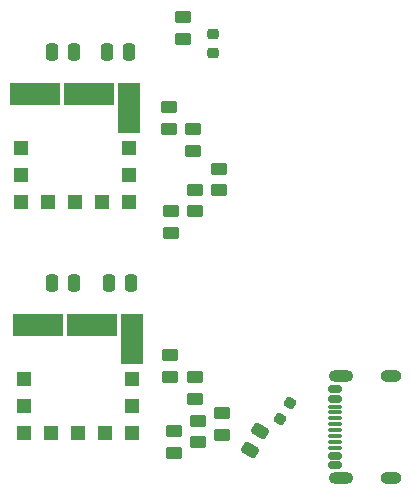
<source format=gbr>
%TF.GenerationSoftware,KiCad,Pcbnew,8.0.3*%
%TF.CreationDate,2024-06-16T21:04:04+09:00*%
%TF.ProjectId,USB_power,5553425f-706f-4776-9572-2e6b69636164,rev?*%
%TF.SameCoordinates,PX79d7e50PY830c570*%
%TF.FileFunction,Paste,Top*%
%TF.FilePolarity,Positive*%
%FSLAX46Y46*%
G04 Gerber Fmt 4.6, Leading zero omitted, Abs format (unit mm)*
G04 Created by KiCad (PCBNEW 8.0.3) date 2024-06-16 21:04:04*
%MOMM*%
%LPD*%
G01*
G04 APERTURE LIST*
G04 Aperture macros list*
%AMRoundRect*
0 Rectangle with rounded corners*
0 $1 Rounding radius*
0 $2 $3 $4 $5 $6 $7 $8 $9 X,Y pos of 4 corners*
0 Add a 4 corners polygon primitive as box body*
4,1,4,$2,$3,$4,$5,$6,$7,$8,$9,$2,$3,0*
0 Add four circle primitives for the rounded corners*
1,1,$1+$1,$2,$3*
1,1,$1+$1,$4,$5*
1,1,$1+$1,$6,$7*
1,1,$1+$1,$8,$9*
0 Add four rect primitives between the rounded corners*
20,1,$1+$1,$2,$3,$4,$5,0*
20,1,$1+$1,$4,$5,$6,$7,0*
20,1,$1+$1,$6,$7,$8,$9,0*
20,1,$1+$1,$8,$9,$2,$3,0*%
G04 Aperture macros list end*
%ADD10RoundRect,0.250000X-0.450000X0.262500X-0.450000X-0.262500X0.450000X-0.262500X0.450000X0.262500X0*%
%ADD11RoundRect,0.250000X0.450000X-0.262500X0.450000X0.262500X-0.450000X0.262500X-0.450000X-0.262500X0*%
%ADD12RoundRect,0.150000X0.425000X-0.150000X0.425000X0.150000X-0.425000X0.150000X-0.425000X-0.150000X0*%
%ADD13RoundRect,0.075000X0.500000X-0.075000X0.500000X0.075000X-0.500000X0.075000X-0.500000X-0.075000X0*%
%ADD14O,2.100000X1.000000*%
%ADD15O,1.800000X1.000000*%
%ADD16RoundRect,0.250000X-0.250000X-0.475000X0.250000X-0.475000X0.250000X0.475000X-0.250000X0.475000X0*%
%ADD17RoundRect,0.250000X0.250000X0.475000X-0.250000X0.475000X-0.250000X-0.475000X0.250000X-0.475000X0*%
%ADD18RoundRect,0.218750X0.112544X-0.317568X0.331294X0.061318X-0.112544X0.317568X-0.331294X-0.061318X0*%
%ADD19R,1.143000X1.143000*%
%ADD20R,4.191000X1.905000*%
%ADD21R,1.905000X4.191000*%
%ADD22RoundRect,0.250000X-0.258461X0.452332X-0.520961X-0.002332X0.258461X-0.452332X0.520961X0.002332X0*%
%ADD23RoundRect,0.218750X-0.256250X0.218750X-0.256250X-0.218750X0.256250X-0.218750X0.256250X0.218750X0*%
G04 APERTURE END LIST*
D10*
%TO.C,R9*%
X21138318Y39767082D03*
X21138318Y37942082D03*
%TD*%
D11*
%TO.C,R2*%
X23627518Y11424482D03*
X23627518Y13249482D03*
%TD*%
%TO.C,R1*%
X21595518Y10511982D03*
X21595518Y12336982D03*
%TD*%
%TO.C,R7*%
X23373518Y30982482D03*
X23373518Y32807482D03*
%TD*%
D12*
%TO.C,J4*%
X35187518Y9494482D03*
X35187518Y10294482D03*
D13*
X35187518Y11444482D03*
X35187518Y12444482D03*
X35187518Y12944482D03*
X35187518Y13944482D03*
D12*
X35187518Y15094482D03*
X35187518Y15894482D03*
X35187518Y15894482D03*
X35187518Y15094482D03*
D13*
X35187518Y14444482D03*
X35187518Y13444482D03*
X35187518Y11944482D03*
X35187518Y10944482D03*
D12*
X35187518Y10294482D03*
X35187518Y9494482D03*
D14*
X35762518Y8374482D03*
D15*
X39942518Y8374482D03*
D14*
X35762518Y17014482D03*
D15*
X39942518Y17014482D03*
%TD*%
D16*
%TO.C,C1*%
X11247518Y24886482D03*
X13147518Y24886482D03*
%TD*%
D17*
%TO.C,C10*%
X17785518Y44444482D03*
X15885518Y44444482D03*
%TD*%
D10*
%TO.C,R10*%
X23170318Y37940182D03*
X23170318Y36115182D03*
%TD*%
D18*
%TO.C,D1*%
X30599767Y13409486D03*
X31387269Y14773478D03*
%TD*%
D19*
%TO.C,MD2*%
X8641518Y36316482D03*
D20*
X9784518Y40888482D03*
X14356518Y40888482D03*
D21*
X17785518Y39745482D03*
D19*
X17785518Y36316482D03*
X17785518Y31744482D03*
X13213518Y31744482D03*
X10927518Y31744482D03*
X8641518Y31744482D03*
X8641518Y34030482D03*
X17785518Y34030482D03*
X15499518Y31744482D03*
%TD*%
D22*
%TO.C,R11*%
X28909768Y12341730D03*
X27997268Y10761234D03*
%TD*%
D17*
%TO.C,C5*%
X17973518Y24886482D03*
X16073518Y24886482D03*
%TD*%
D19*
%TO.C,MD1*%
X8895518Y16758482D03*
D20*
X10038518Y21330482D03*
X14610518Y21330482D03*
D21*
X18039518Y20187482D03*
D19*
X18039518Y16758482D03*
X18039518Y12186482D03*
X13467518Y12186482D03*
X11181518Y12186482D03*
X8895518Y12186482D03*
X8895518Y14472482D03*
X18039518Y14472482D03*
X15753518Y12186482D03*
%TD*%
D10*
%TO.C,R4*%
X21290718Y18813982D03*
X21290718Y16988982D03*
%TD*%
%TO.C,R5*%
X23373518Y16908982D03*
X23373518Y15083982D03*
%TD*%
D23*
%TO.C,D2*%
X24897518Y45993982D03*
X24897518Y44418982D03*
%TD*%
D11*
%TO.C,R3*%
X25659518Y12035982D03*
X25659518Y13860982D03*
%TD*%
%TO.C,R6*%
X21341518Y29157482D03*
X21341518Y30982482D03*
%TD*%
%TO.C,R8*%
X25405518Y32760482D03*
X25405518Y34585482D03*
%TD*%
%TO.C,R12*%
X22357518Y45563982D03*
X22357518Y47388982D03*
%TD*%
D16*
%TO.C,C2*%
X11247518Y44444482D03*
X13147518Y44444482D03*
%TD*%
M02*

</source>
